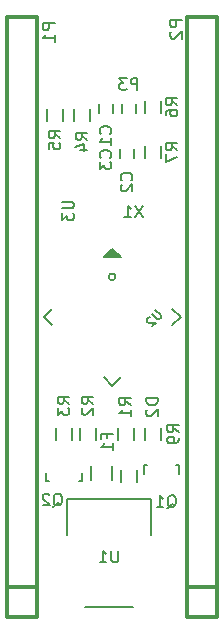
<source format=gbr>
G04 #@! TF.FileFunction,Legend,Bot*
%FSLAX46Y46*%
G04 Gerber Fmt 4.6, Leading zero omitted, Abs format (unit mm)*
G04 Created by KiCad (PCBNEW 4.0.0-rc1-stable) date 05/11/2015 13:36:28*
%MOMM*%
G01*
G04 APERTURE LIST*
%ADD10C,0.100000*%
%ADD11C,0.150000*%
%ADD12C,0.304800*%
%ADD13C,0.149860*%
%ADD14C,0.127000*%
%ADD15C,0.203200*%
G04 APERTURE END LIST*
D10*
D11*
X146212000Y-67214000D02*
X146212000Y-67914000D01*
X147412000Y-67914000D02*
X147412000Y-67214000D01*
X149190000Y-71724000D02*
X149190000Y-71024000D01*
X147990000Y-71024000D02*
X147990000Y-71724000D01*
X145556000Y-97825000D02*
X145556000Y-99025000D01*
X147306000Y-99025000D02*
X147306000Y-97825000D01*
X150211840Y-97774760D02*
X150260100Y-97774760D01*
X153010820Y-98475800D02*
X153010820Y-97774760D01*
X153010820Y-97774760D02*
X152761900Y-97774760D01*
X150211840Y-97774760D02*
X150011180Y-97774760D01*
X150011180Y-97774760D02*
X150011180Y-98475800D01*
X143510000Y-103632000D02*
X143510000Y-100584000D01*
X143510000Y-100584000D02*
X150622000Y-100584000D01*
X150622000Y-100584000D02*
X150622000Y-103632000D01*
X145034000Y-109728000D02*
X149098000Y-109728000D01*
D12*
X138430000Y-59817000D02*
X138430000Y-110617000D01*
X140970000Y-110617000D02*
X140970000Y-59817000D01*
X140970000Y-59817000D02*
X138430000Y-59817000D01*
X140970000Y-108077000D02*
X138430000Y-108077000D01*
X138430000Y-110617000D02*
X140970000Y-110617000D01*
X153672000Y-59817000D02*
X153672000Y-110617000D01*
X156212000Y-110617000D02*
X156212000Y-59817000D01*
X156212000Y-59817000D02*
X153672000Y-59817000D01*
X156212000Y-108077000D02*
X153672000Y-108077000D01*
X153672000Y-110617000D02*
X156212000Y-110617000D01*
D11*
X149138000Y-95623000D02*
X149138000Y-94623000D01*
X147788000Y-94623000D02*
X147788000Y-95623000D01*
X145963000Y-95623000D02*
X145963000Y-94623000D01*
X144613000Y-94623000D02*
X144613000Y-95623000D01*
X143931000Y-95623000D02*
X143931000Y-94623000D01*
X142581000Y-94623000D02*
X142581000Y-95623000D01*
X144105000Y-67572000D02*
X144105000Y-68572000D01*
X145455000Y-68572000D02*
X145455000Y-67572000D01*
X141819000Y-67572000D02*
X141819000Y-68572000D01*
X143169000Y-68572000D02*
X143169000Y-67572000D01*
X151424000Y-67937000D02*
X151424000Y-66937000D01*
X150074000Y-66937000D02*
X150074000Y-67937000D01*
X151424000Y-71747000D02*
X151424000Y-70747000D01*
X150074000Y-70747000D02*
X150074000Y-71747000D01*
X148117000Y-67214000D02*
X148117000Y-67914000D01*
X149317000Y-67914000D02*
X149317000Y-67214000D01*
X144555160Y-99075240D02*
X144506900Y-99075240D01*
X141756180Y-98374200D02*
X141756180Y-99075240D01*
X141756180Y-99075240D02*
X142005100Y-99075240D01*
X144555160Y-99075240D02*
X144755820Y-99075240D01*
X144755820Y-99075240D02*
X144755820Y-98374200D01*
X149392000Y-99179000D02*
X149392000Y-98179000D01*
X148042000Y-98179000D02*
X148042000Y-99179000D01*
X150074000Y-94623000D02*
X150074000Y-95623000D01*
X151424000Y-95623000D02*
X151424000Y-94623000D01*
D13*
X147178112Y-79561235D02*
X147461888Y-79561235D01*
X147601980Y-79701327D02*
X147038020Y-79701327D01*
X146896132Y-79843215D02*
X147743868Y-79843215D01*
X147885756Y-79985103D02*
X146754244Y-79985103D01*
X148027644Y-80126991D02*
X147320000Y-79419347D01*
X147320000Y-79419347D02*
X146612356Y-80126991D01*
X146612356Y-80126991D02*
X148027644Y-80126991D01*
X152410009Y-85924644D02*
X153117653Y-85217000D01*
X153117653Y-85217000D02*
X152410009Y-84509356D01*
X146612356Y-90307009D02*
X147320000Y-91014653D01*
X147320000Y-91014653D02*
X148027644Y-90307009D01*
X142229991Y-84509356D02*
X141522347Y-85217000D01*
X141522347Y-85217000D02*
X142229991Y-85924644D01*
D14*
X147603981Y-81804503D02*
G75*
G03X147603981Y-81804503I-283981J0D01*
G01*
D11*
X147169143Y-69683334D02*
X147216762Y-69635715D01*
X147264381Y-69492858D01*
X147264381Y-69397620D01*
X147216762Y-69254762D01*
X147121524Y-69159524D01*
X147026286Y-69111905D01*
X146835810Y-69064286D01*
X146692952Y-69064286D01*
X146502476Y-69111905D01*
X146407238Y-69159524D01*
X146312000Y-69254762D01*
X146264381Y-69397620D01*
X146264381Y-69492858D01*
X146312000Y-69635715D01*
X146359619Y-69683334D01*
X147264381Y-70635715D02*
X147264381Y-70064286D01*
X147264381Y-70350000D02*
X146264381Y-70350000D01*
X146407238Y-70254762D01*
X146502476Y-70159524D01*
X146550095Y-70064286D01*
X148947143Y-73620334D02*
X148994762Y-73572715D01*
X149042381Y-73429858D01*
X149042381Y-73334620D01*
X148994762Y-73191762D01*
X148899524Y-73096524D01*
X148804286Y-73048905D01*
X148613810Y-73001286D01*
X148470952Y-73001286D01*
X148280476Y-73048905D01*
X148185238Y-73096524D01*
X148090000Y-73191762D01*
X148042381Y-73334620D01*
X148042381Y-73429858D01*
X148090000Y-73572715D01*
X148137619Y-73620334D01*
X148137619Y-74001286D02*
X148090000Y-74048905D01*
X148042381Y-74144143D01*
X148042381Y-74382239D01*
X148090000Y-74477477D01*
X148137619Y-74525096D01*
X148232857Y-74572715D01*
X148328095Y-74572715D01*
X148470952Y-74525096D01*
X149042381Y-73953667D01*
X149042381Y-74572715D01*
X146867571Y-95424667D02*
X146867571Y-95091333D01*
X147391381Y-95091333D02*
X146391381Y-95091333D01*
X146391381Y-95567524D01*
X147391381Y-96472286D02*
X147391381Y-95900857D01*
X147391381Y-96186571D02*
X146391381Y-96186571D01*
X146534238Y-96091333D01*
X146629476Y-95996095D01*
X146677095Y-95900857D01*
X151987238Y-101385619D02*
X152082476Y-101338000D01*
X152177714Y-101242762D01*
X152320571Y-101099905D01*
X152415810Y-101052286D01*
X152511048Y-101052286D01*
X152463429Y-101290381D02*
X152558667Y-101242762D01*
X152653905Y-101147524D01*
X152701524Y-100957048D01*
X152701524Y-100623714D01*
X152653905Y-100433238D01*
X152558667Y-100338000D01*
X152463429Y-100290381D01*
X152272952Y-100290381D01*
X152177714Y-100338000D01*
X152082476Y-100433238D01*
X152034857Y-100623714D01*
X152034857Y-100957048D01*
X152082476Y-101147524D01*
X152177714Y-101242762D01*
X152272952Y-101290381D01*
X152463429Y-101290381D01*
X151082476Y-101290381D02*
X151653905Y-101290381D01*
X151368191Y-101290381D02*
X151368191Y-100290381D01*
X151463429Y-100433238D01*
X151558667Y-100528476D01*
X151653905Y-100576095D01*
X147827905Y-104989381D02*
X147827905Y-105798905D01*
X147780286Y-105894143D01*
X147732667Y-105941762D01*
X147637429Y-105989381D01*
X147446952Y-105989381D01*
X147351714Y-105941762D01*
X147304095Y-105894143D01*
X147256476Y-105798905D01*
X147256476Y-104989381D01*
X146256476Y-105989381D02*
X146827905Y-105989381D01*
X146542191Y-105989381D02*
X146542191Y-104989381D01*
X146637429Y-105132238D01*
X146732667Y-105227476D01*
X146827905Y-105275095D01*
D15*
X142445619Y-60337096D02*
X141429619Y-60337096D01*
X141429619Y-60724143D01*
X141478000Y-60820905D01*
X141526381Y-60869286D01*
X141623143Y-60917667D01*
X141768286Y-60917667D01*
X141865048Y-60869286D01*
X141913429Y-60820905D01*
X141961810Y-60724143D01*
X141961810Y-60337096D01*
X142445619Y-61885286D02*
X142445619Y-61304715D01*
X142445619Y-61595001D02*
X141429619Y-61595001D01*
X141574762Y-61498239D01*
X141671524Y-61401477D01*
X141719905Y-61304715D01*
X153242619Y-60083096D02*
X152226619Y-60083096D01*
X152226619Y-60470143D01*
X152275000Y-60566905D01*
X152323381Y-60615286D01*
X152420143Y-60663667D01*
X152565286Y-60663667D01*
X152662048Y-60615286D01*
X152710429Y-60566905D01*
X152758810Y-60470143D01*
X152758810Y-60083096D01*
X152323381Y-61050715D02*
X152275000Y-61099096D01*
X152226619Y-61195858D01*
X152226619Y-61437762D01*
X152275000Y-61534524D01*
X152323381Y-61582905D01*
X152420143Y-61631286D01*
X152516905Y-61631286D01*
X152662048Y-61582905D01*
X153242619Y-61002334D01*
X153242619Y-61631286D01*
D11*
X148915381Y-92670334D02*
X148439190Y-92337000D01*
X148915381Y-92098905D02*
X147915381Y-92098905D01*
X147915381Y-92479858D01*
X147963000Y-92575096D01*
X148010619Y-92622715D01*
X148105857Y-92670334D01*
X148248714Y-92670334D01*
X148343952Y-92622715D01*
X148391571Y-92575096D01*
X148439190Y-92479858D01*
X148439190Y-92098905D01*
X148915381Y-93622715D02*
X148915381Y-93051286D01*
X148915381Y-93337000D02*
X147915381Y-93337000D01*
X148058238Y-93241762D01*
X148153476Y-93146524D01*
X148201095Y-93051286D01*
X145740381Y-92543334D02*
X145264190Y-92210000D01*
X145740381Y-91971905D02*
X144740381Y-91971905D01*
X144740381Y-92352858D01*
X144788000Y-92448096D01*
X144835619Y-92495715D01*
X144930857Y-92543334D01*
X145073714Y-92543334D01*
X145168952Y-92495715D01*
X145216571Y-92448096D01*
X145264190Y-92352858D01*
X145264190Y-91971905D01*
X144835619Y-92924286D02*
X144788000Y-92971905D01*
X144740381Y-93067143D01*
X144740381Y-93305239D01*
X144788000Y-93400477D01*
X144835619Y-93448096D01*
X144930857Y-93495715D01*
X145026095Y-93495715D01*
X145168952Y-93448096D01*
X145740381Y-92876667D01*
X145740381Y-93495715D01*
X143708381Y-92543334D02*
X143232190Y-92210000D01*
X143708381Y-91971905D02*
X142708381Y-91971905D01*
X142708381Y-92352858D01*
X142756000Y-92448096D01*
X142803619Y-92495715D01*
X142898857Y-92543334D01*
X143041714Y-92543334D01*
X143136952Y-92495715D01*
X143184571Y-92448096D01*
X143232190Y-92352858D01*
X143232190Y-91971905D01*
X142708381Y-92876667D02*
X142708381Y-93495715D01*
X143089333Y-93162381D01*
X143089333Y-93305239D01*
X143136952Y-93400477D01*
X143184571Y-93448096D01*
X143279810Y-93495715D01*
X143517905Y-93495715D01*
X143613143Y-93448096D01*
X143660762Y-93400477D01*
X143708381Y-93305239D01*
X143708381Y-93019524D01*
X143660762Y-92924286D01*
X143613143Y-92876667D01*
X145232381Y-70191334D02*
X144756190Y-69858000D01*
X145232381Y-69619905D02*
X144232381Y-69619905D01*
X144232381Y-70000858D01*
X144280000Y-70096096D01*
X144327619Y-70143715D01*
X144422857Y-70191334D01*
X144565714Y-70191334D01*
X144660952Y-70143715D01*
X144708571Y-70096096D01*
X144756190Y-70000858D01*
X144756190Y-69619905D01*
X144565714Y-71048477D02*
X145232381Y-71048477D01*
X144184762Y-70810381D02*
X144899048Y-70572286D01*
X144899048Y-71191334D01*
X142946381Y-70064334D02*
X142470190Y-69731000D01*
X142946381Y-69492905D02*
X141946381Y-69492905D01*
X141946381Y-69873858D01*
X141994000Y-69969096D01*
X142041619Y-70016715D01*
X142136857Y-70064334D01*
X142279714Y-70064334D01*
X142374952Y-70016715D01*
X142422571Y-69969096D01*
X142470190Y-69873858D01*
X142470190Y-69492905D01*
X141946381Y-70969096D02*
X141946381Y-70492905D01*
X142422571Y-70445286D01*
X142374952Y-70492905D01*
X142327333Y-70588143D01*
X142327333Y-70826239D01*
X142374952Y-70921477D01*
X142422571Y-70969096D01*
X142517810Y-71016715D01*
X142755905Y-71016715D01*
X142851143Y-70969096D01*
X142898762Y-70921477D01*
X142946381Y-70826239D01*
X142946381Y-70588143D01*
X142898762Y-70492905D01*
X142851143Y-70445286D01*
X152852381Y-67270334D02*
X152376190Y-66937000D01*
X152852381Y-66698905D02*
X151852381Y-66698905D01*
X151852381Y-67079858D01*
X151900000Y-67175096D01*
X151947619Y-67222715D01*
X152042857Y-67270334D01*
X152185714Y-67270334D01*
X152280952Y-67222715D01*
X152328571Y-67175096D01*
X152376190Y-67079858D01*
X152376190Y-66698905D01*
X151852381Y-68127477D02*
X151852381Y-67937000D01*
X151900000Y-67841762D01*
X151947619Y-67794143D01*
X152090476Y-67698905D01*
X152280952Y-67651286D01*
X152661905Y-67651286D01*
X152757143Y-67698905D01*
X152804762Y-67746524D01*
X152852381Y-67841762D01*
X152852381Y-68032239D01*
X152804762Y-68127477D01*
X152757143Y-68175096D01*
X152661905Y-68222715D01*
X152423810Y-68222715D01*
X152328571Y-68175096D01*
X152280952Y-68127477D01*
X152233333Y-68032239D01*
X152233333Y-67841762D01*
X152280952Y-67746524D01*
X152328571Y-67698905D01*
X152423810Y-67651286D01*
X152852381Y-71080334D02*
X152376190Y-70747000D01*
X152852381Y-70508905D02*
X151852381Y-70508905D01*
X151852381Y-70889858D01*
X151900000Y-70985096D01*
X151947619Y-71032715D01*
X152042857Y-71080334D01*
X152185714Y-71080334D01*
X152280952Y-71032715D01*
X152328571Y-70985096D01*
X152376190Y-70889858D01*
X152376190Y-70508905D01*
X151852381Y-71413667D02*
X151852381Y-72080334D01*
X152852381Y-71651762D01*
X147169143Y-71715334D02*
X147216762Y-71667715D01*
X147264381Y-71524858D01*
X147264381Y-71429620D01*
X147216762Y-71286762D01*
X147121524Y-71191524D01*
X147026286Y-71143905D01*
X146835810Y-71096286D01*
X146692952Y-71096286D01*
X146502476Y-71143905D01*
X146407238Y-71191524D01*
X146312000Y-71286762D01*
X146264381Y-71429620D01*
X146264381Y-71524858D01*
X146312000Y-71667715D01*
X146359619Y-71715334D01*
X146264381Y-72048667D02*
X146264381Y-72667715D01*
X146645333Y-72334381D01*
X146645333Y-72477239D01*
X146692952Y-72572477D01*
X146740571Y-72620096D01*
X146835810Y-72667715D01*
X147073905Y-72667715D01*
X147169143Y-72620096D01*
X147216762Y-72572477D01*
X147264381Y-72477239D01*
X147264381Y-72191524D01*
X147216762Y-72096286D01*
X147169143Y-72048667D01*
X142335238Y-101258619D02*
X142430476Y-101211000D01*
X142525714Y-101115762D01*
X142668571Y-100972905D01*
X142763810Y-100925286D01*
X142859048Y-100925286D01*
X142811429Y-101163381D02*
X142906667Y-101115762D01*
X143001905Y-101020524D01*
X143049524Y-100830048D01*
X143049524Y-100496714D01*
X143001905Y-100306238D01*
X142906667Y-100211000D01*
X142811429Y-100163381D01*
X142620952Y-100163381D01*
X142525714Y-100211000D01*
X142430476Y-100306238D01*
X142382857Y-100496714D01*
X142382857Y-100830048D01*
X142430476Y-101020524D01*
X142525714Y-101115762D01*
X142620952Y-101163381D01*
X142811429Y-101163381D01*
X142001905Y-100258619D02*
X141954286Y-100211000D01*
X141859048Y-100163381D01*
X141620952Y-100163381D01*
X141525714Y-100211000D01*
X141478095Y-100258619D01*
X141430476Y-100353857D01*
X141430476Y-100449095D01*
X141478095Y-100591952D01*
X142049524Y-101163381D01*
X141430476Y-101163381D01*
X143089381Y-75438095D02*
X143898905Y-75438095D01*
X143994143Y-75485714D01*
X144041762Y-75533333D01*
X144089381Y-75628571D01*
X144089381Y-75819048D01*
X144041762Y-75914286D01*
X143994143Y-75961905D01*
X143898905Y-76009524D01*
X143089381Y-76009524D01*
X143089381Y-76390476D02*
X143089381Y-77009524D01*
X143470333Y-76676190D01*
X143470333Y-76819048D01*
X143517952Y-76914286D01*
X143565571Y-76961905D01*
X143660810Y-77009524D01*
X143898905Y-77009524D01*
X143994143Y-76961905D01*
X144041762Y-76914286D01*
X144089381Y-76819048D01*
X144089381Y-76533333D01*
X144041762Y-76438095D01*
X143994143Y-76390476D01*
X149455095Y-65984381D02*
X149455095Y-64984381D01*
X149074142Y-64984381D01*
X148978904Y-65032000D01*
X148931285Y-65079619D01*
X148883666Y-65174857D01*
X148883666Y-65317714D01*
X148931285Y-65412952D01*
X148978904Y-65460571D01*
X149074142Y-65508190D01*
X149455095Y-65508190D01*
X148550333Y-64984381D02*
X147931285Y-64984381D01*
X148264619Y-65365333D01*
X148121761Y-65365333D01*
X148026523Y-65412952D01*
X147978904Y-65460571D01*
X147931285Y-65555810D01*
X147931285Y-65793905D01*
X147978904Y-65889143D01*
X148026523Y-65936762D01*
X148121761Y-65984381D01*
X148407476Y-65984381D01*
X148502714Y-65936762D01*
X148550333Y-65889143D01*
X149907524Y-75779381D02*
X149240857Y-76779381D01*
X149240857Y-75779381D02*
X149907524Y-76779381D01*
X148336095Y-76779381D02*
X148907524Y-76779381D01*
X148621810Y-76779381D02*
X148621810Y-75779381D01*
X148717048Y-75922238D01*
X148812286Y-76017476D01*
X148907524Y-76065095D01*
X151201381Y-92098905D02*
X150201381Y-92098905D01*
X150201381Y-92337000D01*
X150249000Y-92479858D01*
X150344238Y-92575096D01*
X150439476Y-92622715D01*
X150629952Y-92670334D01*
X150772810Y-92670334D01*
X150963286Y-92622715D01*
X151058524Y-92575096D01*
X151153762Y-92479858D01*
X151201381Y-92337000D01*
X151201381Y-92098905D01*
X150296619Y-93051286D02*
X150249000Y-93098905D01*
X150201381Y-93194143D01*
X150201381Y-93432239D01*
X150249000Y-93527477D01*
X150296619Y-93575096D01*
X150391857Y-93622715D01*
X150487095Y-93622715D01*
X150629952Y-93575096D01*
X151201381Y-93003667D01*
X151201381Y-93622715D01*
X152979381Y-94956334D02*
X152503190Y-94623000D01*
X152979381Y-94384905D02*
X151979381Y-94384905D01*
X151979381Y-94765858D01*
X152027000Y-94861096D01*
X152074619Y-94908715D01*
X152169857Y-94956334D01*
X152312714Y-94956334D01*
X152407952Y-94908715D01*
X152455571Y-94861096D01*
X152503190Y-94765858D01*
X152503190Y-94384905D01*
X152979381Y-95432524D02*
X152979381Y-95623000D01*
X152931762Y-95718239D01*
X152884143Y-95765858D01*
X152741286Y-95861096D01*
X152550810Y-95908715D01*
X152169857Y-95908715D01*
X152074619Y-95861096D01*
X152027000Y-95813477D01*
X151979381Y-95718239D01*
X151979381Y-95527762D01*
X152027000Y-95432524D01*
X152074619Y-95384905D01*
X152169857Y-95337286D01*
X152407952Y-95337286D01*
X152503190Y-95384905D01*
X152550810Y-95432524D01*
X152598429Y-95527762D01*
X152598429Y-95718239D01*
X152550810Y-95813477D01*
X152503190Y-95861096D01*
X152407952Y-95908715D01*
D13*
X150989536Y-84650168D02*
X151418450Y-85079082D01*
X151443680Y-85154773D01*
X151443680Y-85205234D01*
X151418450Y-85280925D01*
X151317529Y-85381845D01*
X151241839Y-85407075D01*
X151191378Y-85407075D01*
X151115687Y-85381845D01*
X150686773Y-84952931D01*
X150510161Y-85230464D02*
X150459701Y-85230464D01*
X150384010Y-85255694D01*
X150257859Y-85381845D01*
X150232629Y-85457536D01*
X150232629Y-85507996D01*
X150257859Y-85583687D01*
X150308320Y-85634148D01*
X150409241Y-85684608D01*
X151014766Y-85684608D01*
X150686773Y-86012601D01*
M02*

</source>
